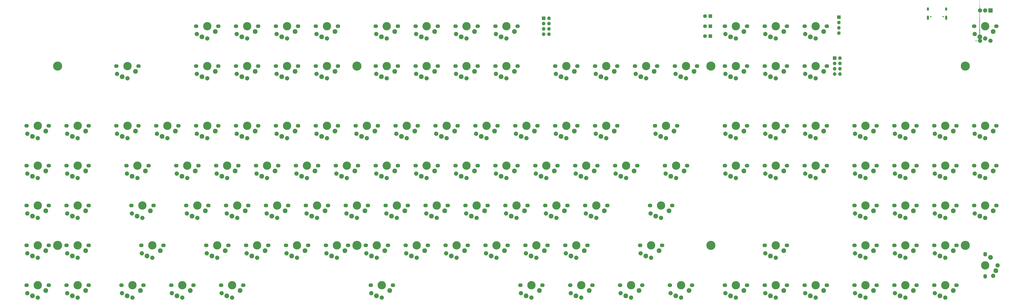
<source format=gbr>
%TF.GenerationSoftware,KiCad,Pcbnew,(6.0.0)*%
%TF.CreationDate,2022-04-04T19:04:30-04:00*%
%TF.ProjectId,SweetBusiness,53776565-7442-4757-9369-6e6573732e6b,rev?*%
%TF.SameCoordinates,Original*%
%TF.FileFunction,Soldermask,Top*%
%TF.FilePolarity,Negative*%
%FSLAX46Y46*%
G04 Gerber Fmt 4.6, Leading zero omitted, Abs format (unit mm)*
G04 Created by KiCad (PCBNEW (6.0.0)) date 2022-04-04 19:04:30*
%MOMM*%
%LPD*%
G01*
G04 APERTURE LIST*
G04 Aperture macros list*
%AMFreePoly0*
4,1,52,0.201078,0.979575,0.387516,0.921863,0.559193,0.829038,0.709571,0.704634,0.832921,0.553392,0.924546,0.381070,0.980955,0.194234,1.000000,0.000000,0.999610,-0.027922,0.975149,-0.221548,0.913545,-0.406737,0.817145,-0.576432,0.689620,-0.724172,0.535827,-0.844328,0.361625,-0.932324,0.173648,-0.984808,-0.020942,-0.999781,-0.214735,-0.976672,-0.400349,-0.916363,-0.570714,-0.821149,
-0.719340,-0.694658,-0.840567,-0.541708,-0.929776,-0.368125,-0.983571,-0.180519,-0.991955,-0.080679,-1.680947,-0.095033,-1.689030,-0.135671,-1.743223,-0.216777,-1.824329,-0.270970,-1.920000,-0.290000,-2.015671,-0.270970,-2.096777,-0.216777,-2.150970,-0.135671,-2.170000,-0.040000,-2.150970,0.055671,-2.096777,0.136777,-2.015671,0.190970,-1.920000,0.210000,-1.824329,0.190970,-1.743223,0.136777,
-1.689030,0.055671,-1.682920,0.024952,-0.997068,0.039241,-0.978148,0.207912,-0.919135,0.393942,-0.825113,0.564967,-0.699663,0.714473,-0.547563,0.836764,-0.374607,0.927184,-0.187381,0.982287,0.006981,0.999976,0.201078,0.979575,0.201078,0.979575,$1*%
G04 Aperture macros list end*
%ADD10C,4.350000*%
%ADD11C,3.987800*%
%ADD12O,2.150000X1.750000*%
%ADD13C,2.032000*%
%ADD14C,2.286000*%
%ADD15R,1.700000X1.700000*%
%ADD16O,1.700000X1.700000*%
%ADD17FreePoly0,270.000000*%
%ADD18C,2.000000*%
%ADD19R,2.000000X2.000000*%
%ADD20O,1.750000X2.150000*%
%ADD21R,1.800000X1.800000*%
%ADD22C,1.800000*%
%ADD23C,0.650000*%
%ADD24O,1.000000X2.100000*%
%ADD25O,1.000000X1.600000*%
G04 APERTURE END LIST*
D10*
%TO.C,H8*%
X511968750Y-236537500D03*
%TD*%
D11*
%TO.C,K70*%
X464343750Y-198437500D03*
D12*
X469626950Y-198437500D03*
X459060550Y-198437500D03*
D13*
X459343750Y-202237500D03*
D14*
X461803750Y-203517500D03*
D13*
X464343750Y-204337500D03*
D14*
X468153750Y-200977500D03*
%TD*%
D11*
%TO.C,K42*%
X340518750Y-179387500D03*
D12*
X335235550Y-179387500D03*
X345801950Y-179387500D03*
D13*
X335518750Y-183187500D03*
D14*
X337978750Y-184467500D03*
D13*
X340518750Y-185287500D03*
D14*
X344328750Y-181927500D03*
%TD*%
D11*
%TO.C,K44*%
X402431250Y-179387500D03*
D12*
X407714450Y-179387500D03*
X397148050Y-179387500D03*
D14*
X399891250Y-184467500D03*
D13*
X397431250Y-183187500D03*
X402431250Y-185287500D03*
D14*
X406241250Y-181927500D03*
%TD*%
D12*
%TO.C,K8*%
X279126950Y-131762500D03*
X268560550Y-131762500D03*
D11*
X273843750Y-131762500D03*
D14*
X271303750Y-136842500D03*
D13*
X268843750Y-135562500D03*
D14*
X277653750Y-134302500D03*
D13*
X273843750Y-137662500D03*
%TD*%
D12*
%TO.C,K125*%
X478110550Y-255587500D03*
X488676950Y-255587500D03*
D11*
X483393750Y-255587500D03*
D14*
X480853750Y-260667500D03*
D13*
X478393750Y-259387500D03*
D14*
X487203750Y-258127500D03*
D13*
X483393750Y-261487500D03*
%TD*%
D11*
%TO.C,K110*%
X502443750Y-236537500D03*
D12*
X497160550Y-236537500D03*
X507726950Y-236537500D03*
D14*
X499903750Y-241617500D03*
D13*
X497443750Y-240337500D03*
X502443750Y-242437500D03*
D14*
X506253750Y-239077500D03*
%TD*%
D11*
%TO.C,K84*%
X278606250Y-217487500D03*
D12*
X283889450Y-217487500D03*
X273323050Y-217487500D03*
D13*
X273606250Y-221287500D03*
D14*
X276066250Y-222567500D03*
X282416250Y-220027500D03*
D13*
X278606250Y-223387500D03*
%TD*%
D12*
%TO.C,K79*%
X188639450Y-217487500D03*
D11*
X183356250Y-217487500D03*
D12*
X178073050Y-217487500D03*
D13*
X178356250Y-221287500D03*
D14*
X180816250Y-222567500D03*
D13*
X183356250Y-223387500D03*
D14*
X187166250Y-220027500D03*
%TD*%
D11*
%TO.C,K38*%
X264318750Y-179387500D03*
D12*
X259035550Y-179387500D03*
X269601950Y-179387500D03*
D14*
X261778750Y-184467500D03*
D13*
X259318750Y-183187500D03*
X264318750Y-185287500D03*
D14*
X268128750Y-181927500D03*
%TD*%
D12*
%TO.C,K37*%
X239985550Y-179387500D03*
D11*
X245268750Y-179387500D03*
D12*
X250551950Y-179387500D03*
D14*
X242728750Y-184467500D03*
D13*
X240268750Y-183187500D03*
D14*
X249078750Y-181927500D03*
D13*
X245268750Y-185287500D03*
%TD*%
D12*
%TO.C,K29*%
X93389450Y-179387500D03*
D11*
X88106250Y-179387500D03*
D12*
X82823050Y-179387500D03*
D13*
X83106250Y-183187500D03*
D14*
X85566250Y-184467500D03*
X91916250Y-181927500D03*
D13*
X88106250Y-185287500D03*
%TD*%
D15*
%TO.C,J1*%
X310668750Y-127962500D03*
D16*
X313208750Y-127962500D03*
X310668750Y-130502500D03*
X313208750Y-130502500D03*
X310668750Y-133042500D03*
X313208750Y-133042500D03*
X310668750Y-135582500D03*
X313208750Y-135582500D03*
%TD*%
D11*
%TO.C,K49*%
X502443750Y-179387500D03*
D12*
X507726950Y-179387500D03*
X497160550Y-179387500D03*
D13*
X497443750Y-183187500D03*
D14*
X499903750Y-184467500D03*
D13*
X502443750Y-185287500D03*
D14*
X506253750Y-181927500D03*
%TD*%
D11*
%TO.C,K82*%
X240506250Y-217487500D03*
D12*
X245789450Y-217487500D03*
X235223050Y-217487500D03*
D13*
X235506250Y-221287500D03*
D14*
X237966250Y-222567500D03*
D13*
X240506250Y-223387500D03*
D14*
X244316250Y-220027500D03*
%TD*%
D11*
%TO.C,K3*%
X169068750Y-131762500D03*
D12*
X163785550Y-131762500D03*
X174351950Y-131762500D03*
D14*
X166528750Y-136842500D03*
D13*
X164068750Y-135562500D03*
X169068750Y-137662500D03*
D14*
X172878750Y-134302500D03*
%TD*%
D11*
%TO.C,K39*%
X283368750Y-179387500D03*
D12*
X288651950Y-179387500D03*
X278085550Y-179387500D03*
D13*
X278368750Y-183187500D03*
D14*
X280828750Y-184467500D03*
D13*
X283368750Y-185287500D03*
D14*
X287178750Y-181927500D03*
%TD*%
D12*
%TO.C,K123*%
X445814450Y-255587500D03*
D11*
X440531250Y-255587500D03*
D12*
X435248050Y-255587500D03*
D13*
X435531250Y-259387500D03*
D14*
X437991250Y-260667500D03*
D13*
X440531250Y-261487500D03*
D14*
X444341250Y-258127500D03*
%TD*%
D12*
%TO.C,K24*%
X383901950Y-150812500D03*
X373335550Y-150812500D03*
D11*
X378618750Y-150812500D03*
D14*
X376078750Y-155892500D03*
D13*
X373618750Y-154612500D03*
D14*
X382428750Y-153352500D03*
D13*
X378618750Y-156712500D03*
%TD*%
D12*
%TO.C,K17*%
X241026950Y-150812500D03*
X230460550Y-150812500D03*
D11*
X235743750Y-150812500D03*
D14*
X233203750Y-155892500D03*
D13*
X230743750Y-154612500D03*
D14*
X239553750Y-153352500D03*
D13*
X235743750Y-156712500D03*
%TD*%
D11*
%TO.C,K73*%
X521493750Y-198437500D03*
D12*
X516210550Y-198437500D03*
X526776950Y-198437500D03*
D14*
X518953750Y-203517500D03*
D13*
X516493750Y-202237500D03*
D14*
X525303750Y-200977500D03*
D13*
X521493750Y-204337500D03*
%TD*%
D12*
%TO.C,K35*%
X212451950Y-179387500D03*
X201885550Y-179387500D03*
D11*
X207168750Y-179387500D03*
D13*
X202168750Y-183187500D03*
D14*
X204628750Y-184467500D03*
D13*
X207168750Y-185287500D03*
D14*
X210978750Y-181927500D03*
%TD*%
D15*
%TO.C,J2*%
X451612000Y-127518000D03*
D16*
X451612000Y-130058000D03*
X451612000Y-132598000D03*
X451612000Y-135138000D03*
%TD*%
D12*
%TO.C,K92*%
X516210550Y-217487500D03*
X526776950Y-217487500D03*
D11*
X521493750Y-217487500D03*
D14*
X518953750Y-222567500D03*
D13*
X516493750Y-221287500D03*
X521493750Y-223387500D03*
D14*
X525303750Y-220027500D03*
%TD*%
D11*
%TO.C,K61*%
X273843750Y-198437500D03*
D12*
X279126950Y-198437500D03*
X268560550Y-198437500D03*
D13*
X268843750Y-202237500D03*
D14*
X271303750Y-203517500D03*
X277653750Y-200977500D03*
D13*
X273843750Y-204337500D03*
%TD*%
D11*
%TO.C,K30*%
X111918750Y-179387500D03*
D12*
X106635550Y-179387500D03*
X117201950Y-179387500D03*
D14*
X109378750Y-184467500D03*
D13*
X106918750Y-183187500D03*
D14*
X115728750Y-181927500D03*
D13*
X111918750Y-185287500D03*
%TD*%
D12*
%TO.C,K83*%
X264839450Y-217487500D03*
D11*
X259556250Y-217487500D03*
D12*
X254273050Y-217487500D03*
D13*
X254556250Y-221287500D03*
D14*
X257016250Y-222567500D03*
X263366250Y-220027500D03*
D13*
X259556250Y-223387500D03*
%TD*%
D12*
%TO.C,K81*%
X226739450Y-217487500D03*
D11*
X221456250Y-217487500D03*
D12*
X216173050Y-217487500D03*
D14*
X218916250Y-222567500D03*
D13*
X216456250Y-221287500D03*
D14*
X225266250Y-220027500D03*
D13*
X221456250Y-223387500D03*
%TD*%
D12*
%TO.C,K90*%
X488676950Y-217487500D03*
D11*
X483393750Y-217487500D03*
D12*
X478110550Y-217487500D03*
D14*
X480853750Y-222567500D03*
D13*
X478393750Y-221287500D03*
X483393750Y-223387500D03*
D14*
X487203750Y-220027500D03*
%TD*%
D12*
%TO.C,K20*%
X298176950Y-150812500D03*
X287610550Y-150812500D03*
D11*
X292893750Y-150812500D03*
D14*
X290353750Y-155892500D03*
D13*
X287893750Y-154612500D03*
X292893750Y-156712500D03*
D14*
X296703750Y-153352500D03*
%TD*%
D12*
%TO.C,K59*%
X230460550Y-198437500D03*
D11*
X235743750Y-198437500D03*
D12*
X241026950Y-198437500D03*
D13*
X230743750Y-202237500D03*
D14*
X233203750Y-203517500D03*
X239553750Y-200977500D03*
D13*
X235743750Y-204337500D03*
%TD*%
D12*
%TO.C,K95*%
X118541800Y-236537500D03*
X129108200Y-236537500D03*
D11*
X123825000Y-236537500D03*
D13*
X118825000Y-240337500D03*
D14*
X121285000Y-241617500D03*
D13*
X123825000Y-242437500D03*
D14*
X127635000Y-239077500D03*
%TD*%
D12*
%TO.C,K111*%
X63773050Y-255587500D03*
D11*
X69056250Y-255587500D03*
D12*
X74339450Y-255587500D03*
D13*
X64056250Y-259387500D03*
D14*
X66516250Y-260667500D03*
D13*
X69056250Y-261487500D03*
D14*
X72866250Y-258127500D03*
%TD*%
D12*
%TO.C,K50*%
X516210550Y-179387500D03*
D11*
X521493750Y-179387500D03*
D12*
X526776950Y-179387500D03*
D13*
X516493750Y-183187500D03*
D14*
X518953750Y-184467500D03*
D13*
X521493750Y-185287500D03*
D14*
X525303750Y-181927500D03*
%TD*%
D11*
%TO.C,K104*%
X307181250Y-236537500D03*
D12*
X301898050Y-236537500D03*
X312464450Y-236537500D03*
D13*
X302181250Y-240337500D03*
D14*
X304641250Y-241617500D03*
X310991250Y-239077500D03*
D13*
X307181250Y-242437500D03*
%TD*%
D11*
%TO.C,K25*%
X402431250Y-150812500D03*
D12*
X407714450Y-150812500D03*
X397148050Y-150812500D03*
D13*
X397431250Y-154612500D03*
D14*
X399891250Y-155892500D03*
X406241250Y-153352500D03*
D13*
X402431250Y-156712500D03*
%TD*%
D12*
%TO.C,K52*%
X93389450Y-198437500D03*
D11*
X88106250Y-198437500D03*
D12*
X82823050Y-198437500D03*
D13*
X83106250Y-202237500D03*
D14*
X85566250Y-203517500D03*
X91916250Y-200977500D03*
D13*
X88106250Y-204337500D03*
%TD*%
D12*
%TO.C,K2*%
X155301950Y-131762500D03*
X144735550Y-131762500D03*
D11*
X150018750Y-131762500D03*
D14*
X147478750Y-136842500D03*
D13*
X145018750Y-135562500D03*
X150018750Y-137662500D03*
D14*
X153828750Y-134302500D03*
%TD*%
D12*
%TO.C,K100*%
X236264450Y-236537500D03*
X225698050Y-236537500D03*
D11*
X230981250Y-236537500D03*
D14*
X228441250Y-241617500D03*
D13*
X225981250Y-240337500D03*
X230981250Y-242437500D03*
D14*
X234791250Y-239077500D03*
%TD*%
D11*
%TO.C,K89*%
X464343750Y-217487500D03*
D12*
X469626950Y-217487500D03*
X459060550Y-217487500D03*
D13*
X459343750Y-221287500D03*
D14*
X461803750Y-222567500D03*
X468153750Y-220027500D03*
D13*
X464343750Y-223387500D03*
%TD*%
D12*
%TO.C,K88*%
X371995700Y-217487500D03*
D11*
X366712500Y-217487500D03*
D12*
X361429300Y-217487500D03*
D14*
X364172500Y-222567500D03*
D13*
X361712500Y-221287500D03*
D14*
X370522500Y-220027500D03*
D13*
X366712500Y-223387500D03*
%TD*%
D12*
%TO.C,K26*%
X426764450Y-150812500D03*
X416198050Y-150812500D03*
D11*
X421481250Y-150812500D03*
D14*
X418941250Y-155892500D03*
D13*
X416481250Y-154612500D03*
X421481250Y-156712500D03*
D14*
X425291250Y-153352500D03*
%TD*%
D12*
%TO.C,K80*%
X207689450Y-217487500D03*
D11*
X202406250Y-217487500D03*
D12*
X197123050Y-217487500D03*
D13*
X197406250Y-221287500D03*
D14*
X199866250Y-222567500D03*
X206216250Y-220027500D03*
D13*
X202406250Y-223387500D03*
%TD*%
D11*
%TO.C,K77*%
X145256250Y-217487500D03*
D12*
X150539450Y-217487500D03*
X139973050Y-217487500D03*
D14*
X142716250Y-222567500D03*
D13*
X140256250Y-221287500D03*
X145256250Y-223387500D03*
D14*
X149066250Y-220027500D03*
%TD*%
D12*
%TO.C,K122*%
X416198050Y-255587500D03*
X426764450Y-255587500D03*
D11*
X421481250Y-255587500D03*
D14*
X418941250Y-260667500D03*
D13*
X416481250Y-259387500D03*
X421481250Y-261487500D03*
D14*
X425291250Y-258127500D03*
%TD*%
D12*
%TO.C,K46*%
X445814450Y-179387500D03*
X435248050Y-179387500D03*
D11*
X440531250Y-179387500D03*
D13*
X435531250Y-183187500D03*
D14*
X437991250Y-184467500D03*
X444341250Y-181927500D03*
D13*
X440531250Y-185287500D03*
%TD*%
D12*
%TO.C,K126*%
X497160550Y-255587500D03*
D11*
X502443750Y-255587500D03*
D12*
X507726950Y-255587500D03*
D14*
X499903750Y-260667500D03*
D13*
X497443750Y-259387500D03*
D14*
X506253750Y-258127500D03*
D13*
X502443750Y-261487500D03*
%TD*%
D12*
%TO.C,K112*%
X82823050Y-255587500D03*
D11*
X88106250Y-255587500D03*
D12*
X93389450Y-255587500D03*
D14*
X85566250Y-260667500D03*
D13*
X83106250Y-259387500D03*
D14*
X91916250Y-258127500D03*
D13*
X88106250Y-261487500D03*
%TD*%
D12*
%TO.C,K113*%
X109016800Y-255587500D03*
X119583200Y-255587500D03*
D11*
X114300000Y-255587500D03*
D14*
X111760000Y-260667500D03*
D13*
X109300000Y-259387500D03*
X114300000Y-261487500D03*
D14*
X118110000Y-258127500D03*
%TD*%
D12*
%TO.C,K65*%
X344760550Y-198437500D03*
D11*
X350043750Y-198437500D03*
D12*
X355326950Y-198437500D03*
D13*
X345043750Y-202237500D03*
D14*
X347503750Y-203517500D03*
X353853750Y-200977500D03*
D13*
X350043750Y-204337500D03*
%TD*%
D12*
%TO.C,K54*%
X145776950Y-198437500D03*
X135210550Y-198437500D03*
D11*
X140493750Y-198437500D03*
D13*
X135493750Y-202237500D03*
D14*
X137953750Y-203517500D03*
D13*
X140493750Y-204337500D03*
D14*
X144303750Y-200977500D03*
%TD*%
D11*
%TO.C,K76*%
X119062500Y-217487500D03*
D12*
X124345700Y-217487500D03*
X113779300Y-217487500D03*
D13*
X114062500Y-221287500D03*
D14*
X116522500Y-222567500D03*
X122872500Y-220027500D03*
D13*
X119062500Y-223387500D03*
%TD*%
D11*
%TO.C,K78*%
X164306250Y-217487500D03*
D12*
X159023050Y-217487500D03*
X169589450Y-217487500D03*
D13*
X159306250Y-221287500D03*
D14*
X161766250Y-222567500D03*
D13*
X164306250Y-223387500D03*
D14*
X168116250Y-220027500D03*
%TD*%
D11*
%TO.C,K51*%
X69056250Y-198437500D03*
D12*
X63773050Y-198437500D03*
X74339450Y-198437500D03*
D13*
X64056250Y-202237500D03*
D14*
X66516250Y-203517500D03*
X72866250Y-200977500D03*
D13*
X69056250Y-204337500D03*
%TD*%
D12*
%TO.C,K101*%
X255314450Y-236537500D03*
X244748050Y-236537500D03*
D11*
X250031250Y-236537500D03*
D13*
X245031250Y-240337500D03*
D14*
X247491250Y-241617500D03*
X253841250Y-239077500D03*
D13*
X250031250Y-242437500D03*
%TD*%
D11*
%TO.C,K57*%
X197643750Y-198437500D03*
D12*
X192360550Y-198437500D03*
X202926950Y-198437500D03*
D13*
X192643750Y-202237500D03*
D14*
X195103750Y-203517500D03*
D13*
X197643750Y-204337500D03*
D14*
X201453750Y-200977500D03*
%TD*%
D11*
%TO.C,K64*%
X330993750Y-198437500D03*
D12*
X336276950Y-198437500D03*
X325710550Y-198437500D03*
D14*
X328453750Y-203517500D03*
D13*
X325993750Y-202237500D03*
X330993750Y-204337500D03*
D14*
X334803750Y-200977500D03*
%TD*%
D12*
%TO.C,K105*%
X320948050Y-236537500D03*
D11*
X326231250Y-236537500D03*
D12*
X331514450Y-236537500D03*
D14*
X323691250Y-241617500D03*
D13*
X321231250Y-240337500D03*
X326231250Y-242437500D03*
D14*
X330041250Y-239077500D03*
%TD*%
D12*
%TO.C,K32*%
X144735550Y-179387500D03*
D11*
X150018750Y-179387500D03*
D12*
X155301950Y-179387500D03*
D14*
X147478750Y-184467500D03*
D13*
X145018750Y-183187500D03*
X150018750Y-185287500D03*
D14*
X153828750Y-181927500D03*
%TD*%
D12*
%TO.C,K27*%
X435248050Y-150812500D03*
X445814450Y-150812500D03*
D11*
X440531250Y-150812500D03*
D14*
X437991250Y-155892500D03*
D13*
X435531250Y-154612500D03*
X440531250Y-156712500D03*
D14*
X444341250Y-153352500D03*
%TD*%
D12*
%TO.C,K13*%
X144735550Y-150812500D03*
X155301950Y-150812500D03*
D11*
X150018750Y-150812500D03*
D14*
X147478750Y-155892500D03*
D13*
X145018750Y-154612500D03*
D14*
X153828750Y-153352500D03*
D13*
X150018750Y-156712500D03*
%TD*%
D12*
%TO.C,K94*%
X93389450Y-236537500D03*
X82823050Y-236537500D03*
D11*
X88106250Y-236537500D03*
D14*
X85566250Y-241617500D03*
D13*
X83106250Y-240337500D03*
D14*
X91916250Y-239077500D03*
D13*
X88106250Y-242437500D03*
%TD*%
D12*
%TO.C,K93*%
X63773050Y-236537500D03*
X74339450Y-236537500D03*
D11*
X69056250Y-236537500D03*
D14*
X66516250Y-241617500D03*
D13*
X64056250Y-240337500D03*
X69056250Y-242437500D03*
D14*
X72866250Y-239077500D03*
%TD*%
D12*
%TO.C,K109*%
X478110550Y-236537500D03*
X488676950Y-236537500D03*
D11*
X483393750Y-236537500D03*
D13*
X478393750Y-240337500D03*
D14*
X480853750Y-241617500D03*
D13*
X483393750Y-242437500D03*
D14*
X487203750Y-239077500D03*
%TD*%
D12*
%TO.C,K48*%
X488676950Y-179387500D03*
D11*
X483393750Y-179387500D03*
D12*
X478110550Y-179387500D03*
D14*
X480853750Y-184467500D03*
D13*
X478393750Y-183187500D03*
X483393750Y-185287500D03*
D14*
X487203750Y-181927500D03*
%TD*%
D11*
%TO.C,K58*%
X216693750Y-198437500D03*
D12*
X221976950Y-198437500D03*
X211410550Y-198437500D03*
D13*
X211693750Y-202237500D03*
D14*
X214153750Y-203517500D03*
D13*
X216693750Y-204337500D03*
D14*
X220503750Y-200977500D03*
%TD*%
D12*
%TO.C,K68*%
X416198050Y-198437500D03*
D11*
X421481250Y-198437500D03*
D12*
X426764450Y-198437500D03*
D13*
X416481250Y-202237500D03*
D14*
X418941250Y-203517500D03*
D13*
X421481250Y-204337500D03*
D14*
X425291250Y-200977500D03*
%TD*%
D12*
%TO.C,K45*%
X416198050Y-179387500D03*
X426764450Y-179387500D03*
D11*
X421481250Y-179387500D03*
D14*
X418941250Y-184467500D03*
D13*
X416481250Y-183187500D03*
X421481250Y-185287500D03*
D14*
X425291250Y-181927500D03*
%TD*%
D12*
%TO.C,K69*%
X445814450Y-198437500D03*
X435248050Y-198437500D03*
D11*
X440531250Y-198437500D03*
D13*
X435531250Y-202237500D03*
D14*
X437991250Y-203517500D03*
D13*
X440531250Y-204337500D03*
D14*
X444341250Y-200977500D03*
%TD*%
D12*
%TO.C,K67*%
X397148050Y-198437500D03*
X407714450Y-198437500D03*
D11*
X402431250Y-198437500D03*
D14*
X399891250Y-203517500D03*
D13*
X397431250Y-202237500D03*
X402431250Y-204337500D03*
D14*
X406241250Y-200977500D03*
%TD*%
D12*
%TO.C,K72*%
X507726950Y-198437500D03*
X497160550Y-198437500D03*
D11*
X502443750Y-198437500D03*
D13*
X497443750Y-202237500D03*
D14*
X499903750Y-203517500D03*
D13*
X502443750Y-204337500D03*
D14*
X506253750Y-200977500D03*
%TD*%
D12*
%TO.C,K1*%
X117201950Y-150812500D03*
X106635550Y-150812500D03*
D11*
X111918750Y-150812500D03*
D14*
X109378750Y-155892500D03*
D13*
X106918750Y-154612500D03*
D14*
X115728750Y-153352500D03*
D13*
X111918750Y-156712500D03*
%TD*%
D12*
%TO.C,K10*%
X397148050Y-131762500D03*
X407714450Y-131762500D03*
D11*
X402431250Y-131762500D03*
D14*
X399891250Y-136842500D03*
D13*
X397431250Y-135562500D03*
X402431250Y-137662500D03*
D14*
X406241250Y-134302500D03*
%TD*%
D11*
%TO.C,K74*%
X69056250Y-217487500D03*
D12*
X63773050Y-217487500D03*
X74339450Y-217487500D03*
D14*
X66516250Y-222567500D03*
D13*
X64056250Y-221287500D03*
X69056250Y-223387500D03*
D14*
X72866250Y-220027500D03*
%TD*%
D12*
%TO.C,K23*%
X354285550Y-150812500D03*
X364851950Y-150812500D03*
D11*
X359568750Y-150812500D03*
D13*
X354568750Y-154612500D03*
D14*
X357028750Y-155892500D03*
D13*
X359568750Y-156712500D03*
D14*
X363378750Y-153352500D03*
%TD*%
D12*
%TO.C,K120*%
X381520700Y-255587500D03*
X370954300Y-255587500D03*
D11*
X376237500Y-255587500D03*
D14*
X373697500Y-260667500D03*
D13*
X371237500Y-259387500D03*
X376237500Y-261487500D03*
D14*
X380047500Y-258127500D03*
%TD*%
D10*
%TO.C,H4*%
X511968750Y-150812500D03*
%TD*%
%TO.C,H3*%
X390525000Y-150812500D03*
%TD*%
D11*
%TO.C,K28*%
X69056250Y-179387500D03*
D12*
X63773050Y-179387500D03*
X74339450Y-179387500D03*
D13*
X64056250Y-183187500D03*
D14*
X66516250Y-184467500D03*
D13*
X69056250Y-185287500D03*
D14*
X72866250Y-181927500D03*
%TD*%
D12*
%TO.C,K96*%
X149498050Y-236537500D03*
D11*
X154781250Y-236537500D03*
D12*
X160064450Y-236537500D03*
D13*
X149781250Y-240337500D03*
D14*
X152241250Y-241617500D03*
D13*
X154781250Y-242437500D03*
D14*
X158591250Y-239077500D03*
%TD*%
D11*
%TO.C,K118*%
X328612500Y-255587500D03*
D12*
X333895700Y-255587500D03*
X323329300Y-255587500D03*
D13*
X323612500Y-259387500D03*
D14*
X326072500Y-260667500D03*
D13*
X328612500Y-261487500D03*
D14*
X332422500Y-258127500D03*
%TD*%
D12*
%TO.C,K87*%
X330473050Y-217487500D03*
X341039450Y-217487500D03*
D11*
X335756250Y-217487500D03*
D13*
X330756250Y-221287500D03*
D14*
X333216250Y-222567500D03*
D13*
X335756250Y-223387500D03*
D14*
X339566250Y-220027500D03*
%TD*%
D12*
%TO.C,RX1*%
X516210550Y-131762500D03*
D11*
X521493750Y-131762500D03*
D12*
X526776950Y-131762500D03*
D17*
X518993750Y-138762500D03*
D14*
X518953750Y-136842500D03*
D13*
X516493750Y-135562500D03*
D14*
X525303750Y-134302500D03*
D18*
X523993750Y-138762500D03*
D13*
X521493750Y-137662500D03*
D19*
X523993750Y-124262500D03*
D18*
X518993750Y-124262500D03*
X521493750Y-124262500D03*
%TD*%
D15*
%TO.C,J3*%
X449575000Y-147012500D03*
D16*
X452115000Y-147012500D03*
X449575000Y-149552500D03*
X452115000Y-149552500D03*
X449575000Y-152092500D03*
X452115000Y-152092500D03*
X449575000Y-154632500D03*
X452115000Y-154632500D03*
%TD*%
D11*
%TO.C,K116*%
X233362500Y-255587500D03*
D12*
X228079300Y-255587500D03*
X238645700Y-255587500D03*
D13*
X228362500Y-259387500D03*
D14*
X230822500Y-260667500D03*
X237172500Y-258127500D03*
D13*
X233362500Y-261487500D03*
%TD*%
D10*
%TO.C,H2*%
X221456250Y-150812500D03*
%TD*%
D11*
%TO.C,K114*%
X138112500Y-255587500D03*
D12*
X143395700Y-255587500D03*
X132829300Y-255587500D03*
D14*
X135572500Y-260667500D03*
D13*
X133112500Y-259387500D03*
D14*
X141922500Y-258127500D03*
D13*
X138112500Y-261487500D03*
%TD*%
D12*
%TO.C,K6*%
X230460550Y-131762500D03*
D11*
X235743750Y-131762500D03*
D12*
X241026950Y-131762500D03*
D14*
X233203750Y-136842500D03*
D13*
X230743750Y-135562500D03*
X235743750Y-137662500D03*
D14*
X239553750Y-134302500D03*
%TD*%
D12*
%TO.C,K91*%
X507726950Y-217487500D03*
X497160550Y-217487500D03*
D11*
X502443750Y-217487500D03*
D14*
X499903750Y-222567500D03*
D13*
X497443750Y-221287500D03*
X502443750Y-223387500D03*
D14*
X506253750Y-220027500D03*
%TD*%
D12*
%TO.C,K56*%
X183876950Y-198437500D03*
D11*
X178593750Y-198437500D03*
D12*
X173310550Y-198437500D03*
D13*
X173593750Y-202237500D03*
D14*
X176053750Y-203517500D03*
X182403750Y-200977500D03*
D13*
X178593750Y-204337500D03*
%TD*%
D11*
%TO.C,K15*%
X188118750Y-150812500D03*
D12*
X182835550Y-150812500D03*
X193401950Y-150812500D03*
D14*
X185578750Y-155892500D03*
D13*
X183118750Y-154612500D03*
D14*
X191928750Y-153352500D03*
D13*
X188118750Y-156712500D03*
%TD*%
D11*
%TO.C,K62*%
X292893750Y-198437500D03*
D12*
X298176950Y-198437500D03*
X287610550Y-198437500D03*
D14*
X290353750Y-203517500D03*
D13*
X287893750Y-202237500D03*
X292893750Y-204337500D03*
D14*
X296703750Y-200977500D03*
%TD*%
D12*
%TO.C,K22*%
X345801950Y-150812500D03*
D11*
X340518750Y-150812500D03*
D12*
X335235550Y-150812500D03*
D14*
X337978750Y-155892500D03*
D13*
X335518750Y-154612500D03*
D14*
X344328750Y-153352500D03*
D13*
X340518750Y-156712500D03*
%TD*%
D12*
%TO.C,K107*%
X416198050Y-236537500D03*
X426764450Y-236537500D03*
D11*
X421481250Y-236537500D03*
D13*
X416481250Y-240337500D03*
D14*
X418941250Y-241617500D03*
D13*
X421481250Y-242437500D03*
D14*
X425291250Y-239077500D03*
%TD*%
D10*
%TO.C,H5*%
X78581250Y-236537500D03*
%TD*%
D12*
%TO.C,K98*%
X187598050Y-236537500D03*
D11*
X192881250Y-236537500D03*
D12*
X198164450Y-236537500D03*
D14*
X190341250Y-241617500D03*
D13*
X187881250Y-240337500D03*
X192881250Y-242437500D03*
D14*
X196691250Y-239077500D03*
%TD*%
D12*
%TO.C,K66*%
X379139450Y-198437500D03*
X368573050Y-198437500D03*
D11*
X373856250Y-198437500D03*
D13*
X368856250Y-202237500D03*
D14*
X371316250Y-203517500D03*
X377666250Y-200977500D03*
D13*
X373856250Y-204337500D03*
%TD*%
D12*
%TO.C,K47*%
X469626950Y-179387500D03*
X459060550Y-179387500D03*
D11*
X464343750Y-179387500D03*
D13*
X459343750Y-183187500D03*
D14*
X461803750Y-184467500D03*
X468153750Y-181927500D03*
D13*
X464343750Y-185287500D03*
%TD*%
D12*
%TO.C,K102*%
X274364450Y-236537500D03*
D11*
X269081250Y-236537500D03*
D12*
X263798050Y-236537500D03*
D13*
X264081250Y-240337500D03*
D14*
X266541250Y-241617500D03*
X272891250Y-239077500D03*
D13*
X269081250Y-242437500D03*
%TD*%
D12*
%TO.C,K12*%
X445814450Y-131762500D03*
D11*
X440531250Y-131762500D03*
D12*
X435248050Y-131762500D03*
D14*
X437991250Y-136842500D03*
D13*
X435531250Y-135562500D03*
D14*
X444341250Y-134302500D03*
D13*
X440531250Y-137662500D03*
%TD*%
D11*
%TO.C,K99*%
X211931250Y-236537500D03*
D12*
X217214450Y-236537500D03*
X206648050Y-236537500D03*
D14*
X209391250Y-241617500D03*
D13*
X206931250Y-240337500D03*
D14*
X215741250Y-239077500D03*
D13*
X211931250Y-242437500D03*
%TD*%
D12*
%TO.C,K117*%
X299516800Y-255587500D03*
X310083200Y-255587500D03*
D11*
X304800000Y-255587500D03*
D13*
X299800000Y-259387500D03*
D14*
X302260000Y-260667500D03*
X308610000Y-258127500D03*
D13*
X304800000Y-261487500D03*
%TD*%
D11*
%TO.C,K60*%
X254793750Y-198437500D03*
D12*
X249510550Y-198437500D03*
X260076950Y-198437500D03*
D13*
X249793750Y-202237500D03*
D14*
X252253750Y-203517500D03*
D13*
X254793750Y-204337500D03*
D14*
X258603750Y-200977500D03*
%TD*%
D10*
%TO.C,H6*%
X221456250Y-236537500D03*
%TD*%
D12*
%TO.C,K33*%
X163785550Y-179387500D03*
X174351950Y-179387500D03*
D11*
X169068750Y-179387500D03*
D14*
X166528750Y-184467500D03*
D13*
X164068750Y-183187500D03*
D14*
X172878750Y-181927500D03*
D13*
X169068750Y-185287500D03*
%TD*%
D12*
%TO.C,K36*%
X231501950Y-179387500D03*
X220935550Y-179387500D03*
D11*
X226218750Y-179387500D03*
D13*
X221218750Y-183187500D03*
D14*
X223678750Y-184467500D03*
X230028750Y-181927500D03*
D13*
X226218750Y-185287500D03*
%TD*%
D12*
%TO.C,K97*%
X168548050Y-236537500D03*
D11*
X173831250Y-236537500D03*
D12*
X179114450Y-236537500D03*
D14*
X171291250Y-241617500D03*
D13*
X168831250Y-240337500D03*
D14*
X177641250Y-239077500D03*
D13*
X173831250Y-242437500D03*
%TD*%
D12*
%TO.C,K34*%
X193401950Y-179387500D03*
D11*
X188118750Y-179387500D03*
D12*
X182835550Y-179387500D03*
D14*
X185578750Y-184467500D03*
D13*
X183118750Y-183187500D03*
X188118750Y-185287500D03*
D14*
X191928750Y-181927500D03*
%TD*%
D12*
%TO.C,K53*%
X111398050Y-198437500D03*
D11*
X116681250Y-198437500D03*
D12*
X121964450Y-198437500D03*
D13*
X111681250Y-202237500D03*
D14*
X114141250Y-203517500D03*
X120491250Y-200977500D03*
D13*
X116681250Y-204337500D03*
%TD*%
D12*
%TO.C,K124*%
X469626950Y-255587500D03*
X459060550Y-255587500D03*
D11*
X464343750Y-255587500D03*
D14*
X461803750Y-260667500D03*
D13*
X459343750Y-259387500D03*
X464343750Y-261487500D03*
D14*
X468153750Y-258127500D03*
%TD*%
D11*
%TO.C,K19*%
X273843750Y-150812500D03*
D12*
X279126950Y-150812500D03*
X268560550Y-150812500D03*
D14*
X271303750Y-155892500D03*
D13*
X268843750Y-154612500D03*
X273843750Y-156712500D03*
D14*
X277653750Y-153352500D03*
%TD*%
D10*
%TO.C,H7*%
X390525000Y-236537500D03*
%TD*%
D12*
%TO.C,K119*%
X347141800Y-255587500D03*
D11*
X352425000Y-255587500D03*
D12*
X357708200Y-255587500D03*
D13*
X347425000Y-259387500D03*
D14*
X349885000Y-260667500D03*
D13*
X352425000Y-261487500D03*
D14*
X356235000Y-258127500D03*
%TD*%
D12*
%TO.C,K86*%
X321989450Y-217487500D03*
X311423050Y-217487500D03*
D11*
X316706250Y-217487500D03*
D13*
X311706250Y-221287500D03*
D14*
X314166250Y-222567500D03*
X320516250Y-220027500D03*
D13*
X316706250Y-223387500D03*
%TD*%
D12*
%TO.C,K18*%
X260076950Y-150812500D03*
D11*
X254793750Y-150812500D03*
D12*
X249510550Y-150812500D03*
D14*
X252253750Y-155892500D03*
D13*
X249793750Y-154612500D03*
X254793750Y-156712500D03*
D14*
X258603750Y-153352500D03*
%TD*%
D12*
%TO.C,K108*%
X459060550Y-236537500D03*
X469626950Y-236537500D03*
D11*
X464343750Y-236537500D03*
D13*
X459343750Y-240337500D03*
D14*
X461803750Y-241617500D03*
X468153750Y-239077500D03*
D13*
X464343750Y-242437500D03*
%TD*%
D12*
%TO.C,K115*%
X167208200Y-255587500D03*
D11*
X161925000Y-255587500D03*
D12*
X156641800Y-255587500D03*
D14*
X159385000Y-260667500D03*
D13*
X156925000Y-259387500D03*
D14*
X165735000Y-258127500D03*
D13*
X161925000Y-261487500D03*
%TD*%
D12*
%TO.C,K5*%
X212451950Y-131762500D03*
D11*
X207168750Y-131762500D03*
D12*
X201885550Y-131762500D03*
D14*
X204628750Y-136842500D03*
D13*
X202168750Y-135562500D03*
D14*
X210978750Y-134302500D03*
D13*
X207168750Y-137662500D03*
%TD*%
D11*
%TO.C,K127*%
X521493750Y-246062500D03*
D20*
X521493750Y-240779300D03*
X521493750Y-251345700D03*
D14*
X526573750Y-248602500D03*
D13*
X525293750Y-251062500D03*
D14*
X524033750Y-242252500D03*
D13*
X527393750Y-246062500D03*
%TD*%
D11*
%TO.C,K63*%
X311943750Y-198437500D03*
D12*
X317226950Y-198437500D03*
X306660550Y-198437500D03*
D14*
X309403750Y-203517500D03*
D13*
X306943750Y-202237500D03*
X311943750Y-204337500D03*
D14*
X315753750Y-200977500D03*
%TD*%
D12*
%TO.C,K41*%
X316185550Y-179387500D03*
D11*
X321468750Y-179387500D03*
D12*
X326751950Y-179387500D03*
D14*
X318928750Y-184467500D03*
D13*
X316468750Y-183187500D03*
X321468750Y-185287500D03*
D14*
X325278750Y-181927500D03*
%TD*%
D12*
%TO.C,K31*%
X136251950Y-179387500D03*
X125685550Y-179387500D03*
D11*
X130968750Y-179387500D03*
D14*
X128428750Y-184467500D03*
D13*
X125968750Y-183187500D03*
D14*
X134778750Y-181927500D03*
D13*
X130968750Y-185287500D03*
%TD*%
D11*
%TO.C,K75*%
X88106250Y-217487500D03*
D12*
X93389450Y-217487500D03*
X82823050Y-217487500D03*
D13*
X83106250Y-221287500D03*
D14*
X85566250Y-222567500D03*
D13*
X88106250Y-223387500D03*
D14*
X91916250Y-220027500D03*
%TD*%
D11*
%TO.C,K4*%
X188118750Y-131762500D03*
D12*
X182835550Y-131762500D03*
X193401950Y-131762500D03*
D13*
X183118750Y-135562500D03*
D14*
X185578750Y-136842500D03*
D13*
X188118750Y-137662500D03*
D14*
X191928750Y-134302500D03*
%TD*%
D12*
%TO.C,K11*%
X426764450Y-131762500D03*
X416198050Y-131762500D03*
D11*
X421481250Y-131762500D03*
D14*
X418941250Y-136842500D03*
D13*
X416481250Y-135562500D03*
D14*
X425291250Y-134302500D03*
D13*
X421481250Y-137662500D03*
%TD*%
D12*
%TO.C,K43*%
X363810550Y-179387500D03*
X374376950Y-179387500D03*
D11*
X369093750Y-179387500D03*
D14*
X366553750Y-184467500D03*
D13*
X364093750Y-183187500D03*
X369093750Y-185287500D03*
D14*
X372903750Y-181927500D03*
%TD*%
D12*
%TO.C,K106*%
X367233200Y-236537500D03*
D11*
X361950000Y-236537500D03*
D12*
X356666800Y-236537500D03*
D14*
X359410000Y-241617500D03*
D13*
X356950000Y-240337500D03*
D14*
X365760000Y-239077500D03*
D13*
X361950000Y-242437500D03*
%TD*%
D11*
%TO.C,K21*%
X321468750Y-150812500D03*
D12*
X316185550Y-150812500D03*
X326751950Y-150812500D03*
D14*
X318928750Y-155892500D03*
D13*
X316468750Y-154612500D03*
X321468750Y-156712500D03*
D14*
X325278750Y-153352500D03*
%TD*%
D11*
%TO.C,K55*%
X159543750Y-198437500D03*
D12*
X154260550Y-198437500D03*
X164826950Y-198437500D03*
D13*
X154543750Y-202237500D03*
D14*
X157003750Y-203517500D03*
X163353750Y-200977500D03*
D13*
X159543750Y-204337500D03*
%TD*%
D11*
%TO.C,K9*%
X292893750Y-131762500D03*
D12*
X298176950Y-131762500D03*
X287610550Y-131762500D03*
D13*
X287893750Y-135562500D03*
D14*
X290353750Y-136842500D03*
X296703750Y-134302500D03*
D13*
X292893750Y-137662500D03*
%TD*%
D12*
%TO.C,K40*%
X297135550Y-179387500D03*
X307701950Y-179387500D03*
D11*
X302418750Y-179387500D03*
D14*
X299878750Y-184467500D03*
D13*
X297418750Y-183187500D03*
X302418750Y-185287500D03*
D14*
X306228750Y-181927500D03*
%TD*%
D11*
%TO.C,K121*%
X402431250Y-255587500D03*
D12*
X407714450Y-255587500D03*
X397148050Y-255587500D03*
D14*
X399891250Y-260667500D03*
D13*
X397431250Y-259387500D03*
X402431250Y-261487500D03*
D14*
X406241250Y-258127500D03*
%TD*%
D12*
%TO.C,K16*%
X201885550Y-150812500D03*
D11*
X207168750Y-150812500D03*
D12*
X212451950Y-150812500D03*
D14*
X204628750Y-155892500D03*
D13*
X202168750Y-154612500D03*
D14*
X210978750Y-153352500D03*
D13*
X207168750Y-156712500D03*
%TD*%
D12*
%TO.C,K85*%
X292373050Y-217487500D03*
X302939450Y-217487500D03*
D11*
X297656250Y-217487500D03*
D14*
X295116250Y-222567500D03*
D13*
X292656250Y-221287500D03*
D14*
X301466250Y-220027500D03*
D13*
X297656250Y-223387500D03*
%TD*%
D10*
%TO.C,H1*%
X78581250Y-150812500D03*
%TD*%
D12*
%TO.C,K14*%
X163785550Y-150812500D03*
X174351950Y-150812500D03*
D11*
X169068750Y-150812500D03*
D13*
X164068750Y-154612500D03*
D14*
X166528750Y-155892500D03*
D13*
X169068750Y-156712500D03*
D14*
X172878750Y-153352500D03*
%TD*%
D12*
%TO.C,K7*%
X260076950Y-131762500D03*
D11*
X254793750Y-131762500D03*
D12*
X249510550Y-131762500D03*
D13*
X249793750Y-135562500D03*
D14*
X252253750Y-136842500D03*
D13*
X254793750Y-137662500D03*
D14*
X258603750Y-134302500D03*
%TD*%
D11*
%TO.C,K71*%
X483393750Y-198437500D03*
D12*
X478110550Y-198437500D03*
X488676950Y-198437500D03*
D14*
X480853750Y-203517500D03*
D13*
X478393750Y-202237500D03*
D14*
X487203750Y-200977500D03*
D13*
X483393750Y-204337500D03*
%TD*%
D11*
%TO.C,K103*%
X288131250Y-236537500D03*
D12*
X293414450Y-236537500D03*
X282848050Y-236537500D03*
D13*
X283131250Y-240337500D03*
D14*
X285591250Y-241617500D03*
X291941250Y-239077500D03*
D13*
X288131250Y-242437500D03*
%TD*%
D21*
%TO.C,KL3*%
X390212500Y-136525000D03*
D22*
X387672500Y-136525000D03*
%TD*%
D21*
%TO.C,KL1*%
X390212500Y-127000000D03*
D22*
X387672500Y-127000000D03*
%TD*%
D21*
%TO.C,KL2*%
X390212500Y-131762500D03*
D22*
X387672500Y-131762500D03*
%TD*%
D23*
%TO.C,J0*%
X501365000Y-127218750D03*
X495585000Y-127218750D03*
D24*
X494155000Y-127748750D03*
X502795000Y-127748750D03*
D25*
X502795000Y-123568750D03*
X494155000Y-123568750D03*
%TD*%
M02*

</source>
